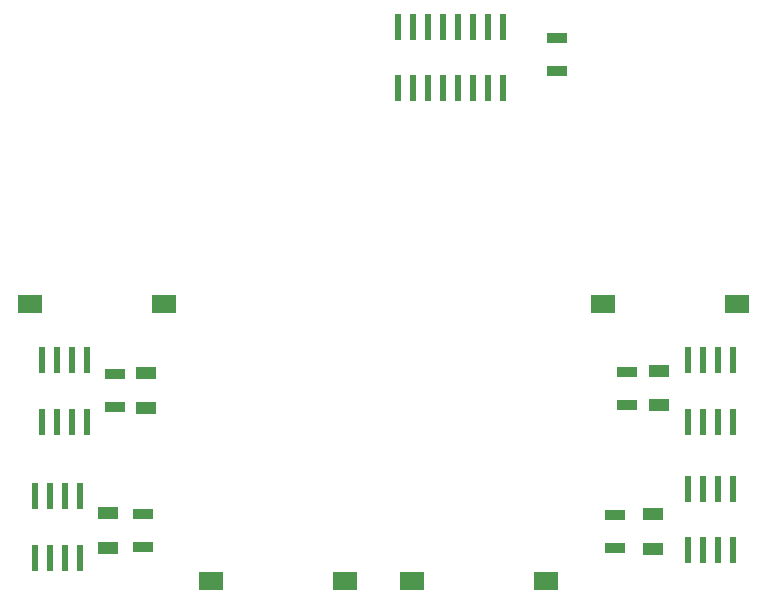
<source format=gtp>
G75*
%MOIN*%
%OFA0B0*%
%FSLAX25Y25*%
%IPPOS*%
%LPD*%
%AMOC8*
5,1,8,0,0,1.08239X$1,22.5*
%
%ADD10R,0.07100X0.03600*%
%ADD11R,0.02362X0.08661*%
%ADD12R,0.06900X0.04400*%
%ADD13R,0.08000X0.06000*%
D10*
X0046513Y0018949D03*
X0046513Y0029949D03*
X0037202Y0065608D03*
X0037202Y0076608D03*
X0184541Y0177477D03*
X0184541Y0188477D03*
X0207930Y0077238D03*
X0207930Y0066238D03*
X0203919Y0029642D03*
X0203919Y0018642D03*
D11*
X0010667Y0015354D03*
X0015667Y0015354D03*
X0020667Y0015354D03*
X0025667Y0015354D03*
X0025667Y0035827D03*
X0020667Y0035827D03*
X0015667Y0035827D03*
X0010667Y0035827D03*
X0013039Y0060630D03*
X0018039Y0060630D03*
X0023039Y0060630D03*
X0028039Y0060630D03*
X0028039Y0081102D03*
X0023039Y0081102D03*
X0018039Y0081102D03*
X0013039Y0081102D03*
X0131564Y0171832D03*
X0136564Y0171832D03*
X0141564Y0171832D03*
X0146564Y0171832D03*
X0151564Y0171832D03*
X0156564Y0171832D03*
X0161564Y0171832D03*
X0166564Y0171832D03*
X0166564Y0192305D03*
X0161564Y0192305D03*
X0156564Y0192305D03*
X0151564Y0192305D03*
X0146564Y0192305D03*
X0141564Y0192305D03*
X0136564Y0192305D03*
X0131564Y0192305D03*
X0228147Y0081102D03*
X0233147Y0081102D03*
X0238147Y0081102D03*
X0243147Y0081102D03*
X0243147Y0060630D03*
X0238147Y0060630D03*
X0233147Y0060630D03*
X0228147Y0060630D03*
X0228147Y0038268D03*
X0233147Y0038268D03*
X0238147Y0038268D03*
X0243147Y0038268D03*
X0243147Y0017795D03*
X0238147Y0017795D03*
X0233147Y0017795D03*
X0228147Y0017795D03*
D12*
X0216659Y0018353D03*
X0216659Y0029953D03*
X0218553Y0066099D03*
X0218553Y0077699D03*
X0047467Y0076818D03*
X0047467Y0065218D03*
X0034993Y0030202D03*
X0034993Y0018602D03*
D13*
X0069331Y0007717D03*
X0113993Y0007717D03*
X0136260Y0007717D03*
X0180923Y0007717D03*
X0199978Y0100079D03*
X0244640Y0100079D03*
X0053695Y0100079D03*
X0009033Y0100079D03*
M02*

</source>
